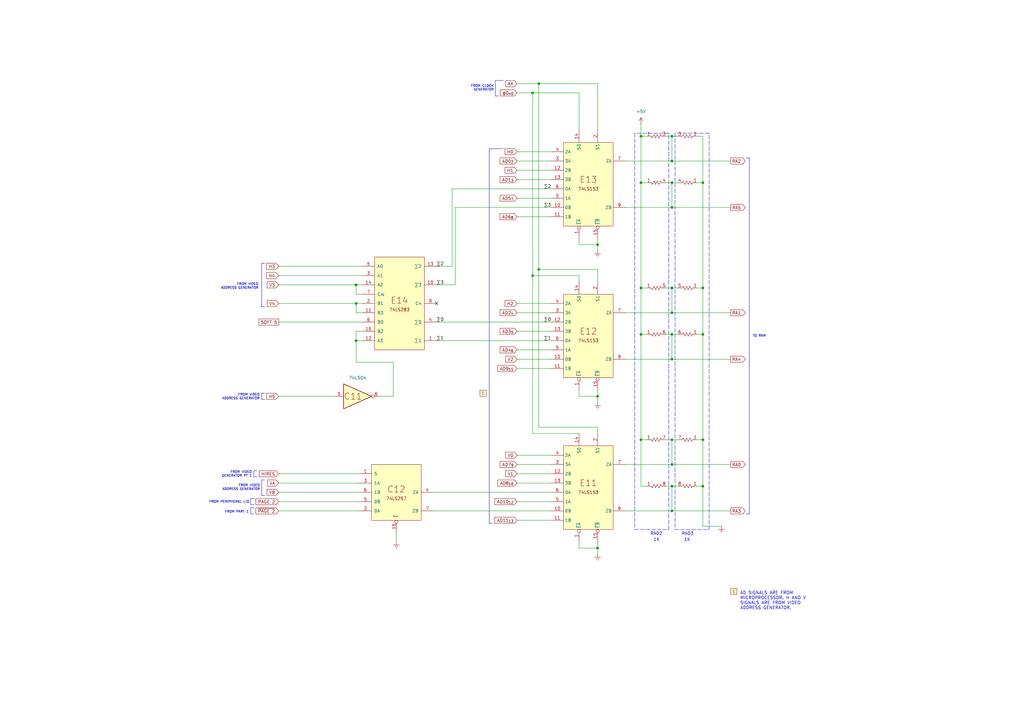
<source format=kicad_sch>
(kicad_sch (version 20211123) (generator eeschema)
  (paper "A3")
  (title_block (title "Apple II - Memory Address Part 2") (date "2022-07-11") (rev "ALL") (company "Apple Computers, Inc.") (comment 1 "Original schematic by Apple Computers") (comment 2 "https://github.com/omega9380/Retro-Schematics") (comment 3 "Replication by Omega9380 - July 2022") (comment 4 "Source: The Apple II Circuit Description by W. Gayler"))
  (lib_symbols
    (symbol "Apple II:C11_74LS04"
      (property "Value" "C11_74LS04" (at 7.62 -3.81 0))
      (symbol "C11_74LS04_0_0"
        (polyline (pts (xy -3.81 5.08) (xy -3.81 -5.08) (xy 7.62 0) (xy -3.81 5.08)) (stroke (width 0.254)) (fill (type background)))
        (text "C11" (at 0 0 0) (effects (font (size 2.54 2.54))))
      )
      (symbol "C11_74LS04_1_0"
        (pin input line (at -7.62 0 0) (length 3.81) (name "~") (number "1"))
        (pin output inverted (at 11.43 0 180) (length 3.81) (name "~") (number "2"))
      )
      (symbol "C11_74LS04_2_0"
        (pin input line (at -7.62 0 0) (length 3.81) (name "~") (number "3"))
        (pin output inverted (at 11.43 0 180) (length 3.81) (name "~") (number "4"))
      )
      (symbol "C11_74LS04_3_0"
        (pin input line (at -7.62 0 0) (length 3.81) (name "~") (number "5"))
        (pin output inverted (at 11.43 0 180) (length 3.81) (name "~") (number "6"))
      )
      (symbol "C11_74LS04_4_0"
        (pin output inverted (at 11.43 0 180) (length 3.81) (name "~") (number "8"))
        (pin input line (at -7.62 0 0) (length 3.81) (name "~") (number "9"))
      )
      (symbol "C11_74LS04_5_0"
        (pin output inverted (at 11.43 0 180) (length 3.81) (name "~") (number "10"))
        (pin input line (at -7.62 0 0) (length 3.81) (name "~") (number "11"))
      )
      (symbol "C11_74LS04_6_0"
        (pin output inverted (at 11.43 0 180) (length 3.81) (name "~") (number "12"))
        (pin input line (at -7.62 0 0) (length 3.81) (name "~") (number "13"))
      )
    )
    (symbol "Apple II:C12_74LS257" (pin_names (offset 1.016))
      (symbol "C12_74LS257_1_0"
        (pin input line (at -5.08 -3.81 0) (length 5.08) (name "S") (number "1"))
        (pin input line (at -5.08 -16.51 0) (length 5.08) (name "1C") (number "10"))
        (pin input line (at 6.35 -40.64 90) (length 5.08) (name "0C") (number "11"))
        (pin tri_state line (at 25.4 -22.86 180) (length 5.08) (name "ZC") (number "12"))
        (pin input line (at -5.08 -8.89 0) (length 5.08) (name "1D") (number "13"))
        (pin input line (at -5.08 -29.21 0) (length 5.08) (name "0D") (number "14"))
        (pin input inverted (at 13.97 -40.64 90) (length 5.08) (name "~{E}") (number "15"))
        (pin tri_state line (at 25.4 -13.97 180) (length 5.08) (name "ZD") (number "9"))
      )
      (symbol "C12_74LS257_1_1"
        (rectangle (start 0 0) (end 20.32 -35.56) (fill (type background)))
        (text "74LS257" (at 10.16 -20.32 0) (effects (font (size 1.27 1.27))))
        (text "C12" (at 10.16 -16.51 0) (effects (font (size 2.54 2.54))))
      )
      (symbol "C12_74LS257_2_0"
        (pin input line (at -5.08 -3.81 0) (length 5.08) (name "S") (number "1"))
        (pin input inverted (at 10.16 -27.94 90) (length 5.08) (name "~{E}") (number "15"))
        (pin input line (at -5.08 -19.05 0) (length 5.08) (name "0A") (number "2"))
        (pin input line (at -5.08 -7.62 0) (length 5.08) (name "1A") (number "3"))
        (pin tri_state line (at 25.4 -11.43 180) (length 5.08) (name "ZA") (number "4"))
        (pin input line (at -5.08 -15.24 0) (length 5.08) (name "0B") (number "5"))
        (pin input line (at -5.08 -11.43 0) (length 5.08) (name "1B") (number "6"))
        (pin tri_state line (at 25.4 -19.05 180) (length 5.08) (name "ZB") (number "7"))
      )
      (symbol "C12_74LS257_2_1"
        (rectangle (start 0 0) (end 20.32 -22.86) (fill (type background)))
        (text "74LS257" (at 10.16 -13.97 0) (effects (font (size 1.27 1.27))))
        (text "C12" (at 10.16 -10.16 0) (effects (font (size 2.54 2.54))))
      )
    )
    (symbol "Apple II:E11_74LS153"
      (symbol "E11_74LS153_1_0"
        (pin input inverted (at 6.35 -39.37 90) (length 5.08) (name "~{EA}") (number "1"))
        (pin input line (at -5.08 -26.67 0) (length 5.08) (name "0B") (number "10"))
        (pin input line (at -5.08 -30.48 0) (length 5.08) (name "1B") (number "11"))
        (pin input line (at -5.08 -11.43 0) (length 5.08) (name "2B") (number "12"))
        (pin input line (at -5.08 -15.24 0) (length 5.08) (name "3B") (number "13"))
        (pin input line (at 6.35 5.08 270) (length 5.08) (name "S0") (number "14"))
        (pin input inverted (at 13.97 -39.37 90) (length 5.08) (name "~{EB}") (number "15"))
        (pin input line (at 13.97 5.08 270) (length 5.08) (name "S1") (number "2"))
        (pin input line (at -5.08 -7.62 0) (length 5.08) (name "3A") (number "3"))
        (pin input line (at -5.08 -3.81 0) (length 5.08) (name "2A") (number "4"))
        (pin input line (at -5.08 -22.86 0) (length 5.08) (name "1A") (number "5"))
        (pin input line (at -5.08 -19.05 0) (length 5.08) (name "0A") (number "6"))
        (pin output line (at 25.4 -7.62 180) (length 5.08) (name "ZA") (number "7"))
        (pin output line (at 25.4 -26.67 180) (length 5.08) (name "ZB") (number "9"))
      )
      (symbol "E11_74LS153_1_1"
        (rectangle (start 0 0) (end 20.32 -34.29) (fill (type background)))
        (text "74LS153" (at 10.16 -19.05 0) (effects (font (size 1.27 1.27))))
        (text "E11" (at 10.16 -15.24 0) (effects (font (size 2.54 2.54))))
      )
    )
    (symbol "Apple II:E12_74LS153"
      (symbol "E12_74LS153_1_0"
        (pin input inverted (at 6.35 -39.37 90) (length 5.08) (name "~{EA}") (number "1"))
        (pin input line (at -5.08 -26.67 0) (length 5.08) (name "0B") (number "10"))
        (pin input line (at -5.08 -30.48 0) (length 5.08) (name "1B") (number "11"))
        (pin input line (at -5.08 -11.43 0) (length 5.08) (name "2B") (number "12"))
        (pin input line (at -5.08 -15.24 0) (length 5.08) (name "3B") (number "13"))
        (pin input line (at 6.35 5.08 270) (length 5.08) (name "S0") (number "14"))
        (pin input inverted (at 13.97 -39.37 90) (length 5.08) (name "~{EB}") (number "15"))
        (pin input line (at 13.97 5.08 270) (length 5.08) (name "S1") (number "2"))
        (pin input line (at -5.08 -7.62 0) (length 5.08) (name "3A") (number "3"))
        (pin input line (at -5.08 -3.81 0) (length 5.08) (name "2A") (number "4"))
        (pin input line (at -5.08 -22.86 0) (length 5.08) (name "1A") (number "5"))
        (pin input line (at -5.08 -19.05 0) (length 5.08) (name "0A") (number "6"))
        (pin output line (at 25.4 -7.62 180) (length 5.08) (name "ZA") (number "7"))
        (pin output line (at 25.4 -26.67 180) (length 5.08) (name "ZB") (number "9"))
      )
      (symbol "E12_74LS153_1_1"
        (rectangle (start 0 0) (end 20.32 -34.29) (fill (type background)))
        (text "74LS153" (at 10.16 -19.05 0) (effects (font (size 1.27 1.27))))
        (text "E12" (at 10.16 -15.24 0) (effects (font (size 2.54 2.54))))
      )
    )
    (symbol "Apple II:E13_74LS153"
      (symbol "E13_74LS153_1_0"
        (pin input inverted (at 6.35 -39.37 90) (length 5.08) (name "~{EA}") (number "1"))
        (pin input line (at -5.08 -26.67 0) (length 5.08) (name "0B") (number "10"))
        (pin input line (at -5.08 -30.48 0) (length 5.08) (name "1B") (number "11"))
        (pin input line (at -5.08 -11.43 0) (length 5.08) (name "2B") (number "12"))
        (pin input line (at -5.08 -15.24 0) (length 5.08) (name "3B") (number "13"))
        (pin input line (at 6.35 5.08 270) (length 5.08) (name "S0") (number "14"))
        (pin input inverted (at 13.97 -39.37 90) (length 5.08) (name "~{EB}") (number "15"))
        (pin input line (at 13.97 5.08 270) (length 5.08) (name "S1") (number "2"))
        (pin input line (at -5.08 -7.62 0) (length 5.08) (name "3A") (number "3"))
        (pin input line (at -5.08 -3.81 0) (length 5.08) (name "2A") (number "4"))
        (pin input line (at -5.08 -22.86 0) (length 5.08) (name "1A") (number "5"))
        (pin input line (at -5.08 -19.05 0) (length 5.08) (name "0A") (number "6"))
        (pin output line (at 25.4 -7.62 180) (length 5.08) (name "ZA") (number "7"))
        (pin output line (at 25.4 -26.67 180) (length 5.08) (name "ZB") (number "9"))
      )
      (symbol "E13_74LS153_1_1"
        (rectangle (start 0 0) (end 20.32 -34.29) (fill (type background)))
        (text "74LS153" (at 10.16 -19.05 0) (effects (font (size 1.27 1.27))))
        (text "E13" (at 10.16 -15.24 0) (effects (font (size 2.54 2.54))))
      )
    )
    (symbol "Apple II:E14_74LS283" (pin_names (offset 1.016))
      (symbol "E14_74LS283_0_0"
        (text "74LS283" (at 10.16 -21.59 0) (effects (font (size 1.27 1.27))))
        (text "E14" (at 10.16 -17.78 0) (effects (font (size 2.54 2.54))))
      )
      (symbol "E14_74LS283_0_1"
        (rectangle (start 0 0) (end 20.32 -38.1) (fill (type background)))
      )
      (symbol "E14_74LS283_1_0"
        (pin output line (at 25.4 -34.29 180) (length 5.08) (name "∑1") (number "1"))
        (pin output line (at 25.4 -11.43 180) (length 5.08) (name "∑3") (number "10"))
        (pin input line (at -5.08 -22.86 0) (length 5.08) (name "B3") (number "11"))
        (pin input line (at -5.08 -34.29 0) (length 5.08) (name "A3") (number "12"))
        (pin output line (at 25.4 -3.81 180) (length 5.08) (name "∑2") (number "13"))
        (pin input line (at -5.08 -11.43 0) (length 5.08) (name "A2") (number "14"))
        (pin input line (at -5.08 -30.48 0) (length 5.08) (name "B2") (number "15"))
        (pin input line (at -5.08 -19.05 0) (length 5.08) (name "B1") (number "2"))
        (pin input line (at -5.08 -7.62 0) (length 5.08) (name "A1") (number "3"))
        (pin output line (at 25.4 -26.67 180) (length 5.08) (name "∑0") (number "4"))
        (pin input line (at -5.08 -3.81 0) (length 5.08) (name "A0") (number "5"))
        (pin input line (at -5.08 -26.67 0) (length 5.08) (name "B0") (number "6"))
        (pin input line (at -5.08 -15.24 0) (length 5.08) (name "C_{IN}") (number "7"))
        (pin output line (at 25.4 -19.05 180) (length 5.08) (name "C4") (number "9"))
      )
    )
    (symbol "Apple II:NOTE_NUMBER"
      (property "Value" "NOTE_NUMBER" (at 0 0 0))
      (symbol "NOTE_NUMBER_0_0"
        (rectangle (start -1.27 1.27) (end 1.27 -1.27) (fill (type background)))
      )
    )
    (symbol "Apple II:R_Network08_US_Split" (pin_names (offset 0) hide)
      (property "Reference" "RN" (at 2.032 0 90))
      (property "Value" "R_Network08_US_Split" (at 5.08 0 90))
      (symbol "R_Network08_US_Split_0_1"
        (polyline (pts (xy 0 2.54) (xy 0 2.032) (xy 0.762 1.6764) (xy -0.762 1.016) (xy 0.762 0.3556) (xy -0.762 -0.3302) (xy 0.762 -1.016) (xy -0.762 -1.6764) (xy 0 -2.032) (xy 0 -2.54)))
        (pin passive line (at 0 3.81 270) (length 1.27) (name "R1.1") (number "1"))
      )
      (symbol "R_Network08_US_Split_1_1"
        (pin passive line (at 0 -3.81 90) (length 1.27) (name "R1.2") (number "2"))
      )
      (symbol "R_Network08_US_Split_2_1"
        (pin passive line (at 0 -3.81 90) (length 1.27) (name "R2.2") (number "3"))
      )
      (symbol "R_Network08_US_Split_3_1"
        (pin passive line (at 0 -3.81 90) (length 1.27) (name "R3.2") (number "4"))
      )
      (symbol "R_Network08_US_Split_4_1"
        (pin passive line (at 0 -3.81 90) (length 1.27) (name "R4.2") (number "5"))
      )
      (symbol "R_Network08_US_Split_5_1"
        (pin passive line (at 0 -3.81 90) (length 1.27) (name "R5.2") (number "6"))
      )
      (symbol "R_Network08_US_Split_6_1"
        (pin passive line (at 0 -3.81 90) (length 1.27) (name "R6.2") (number "7"))
      )
      (symbol "R_Network08_US_Split_7_1"
        (pin passive line (at 0 -3.81 90) (length 1.27) (name "R7.2") (number "8"))
      )
      (symbol "R_Network08_US_Split_8_1"
        (pin passive line (at 0 -3.81 90) (length 1.27) (name "R8.2") (number "9"))
      )
    )
    (symbol "power:+5V" (power) (pin_names (offset 0))
      (property "Value" "+5V" (at 0 3.556 0))
      (symbol "+5V_0_1"
        (polyline (pts (xy -0.762 1.27) (xy 0 2.54)))
        (polyline (pts (xy 0 0) (xy 0 2.54)))
        (polyline (pts (xy 0 2.54) (xy 0.762 1.27)))
      )
      (symbol "+5V_1_1"
        (pin power_in line (at 0 0 90) (length 0) hide (name "+5V") (number "1"))
      )
    )
    (symbol "power:Earth" (power) (pin_names (offset 0))
      (symbol "Earth_0_1"
        (polyline (pts (xy -0.635 -1.905) (xy 0.635 -1.905)))
        (polyline (pts (xy -0.127 -2.54) (xy 0.127 -2.54)))
        (polyline (pts (xy 0 -1.27) (xy 0 0)))
        (polyline (pts (xy 1.27 -1.27) (xy -1.27 -1.27)))
      )
      (symbol "Earth_1_1"
        (pin power_in line (at 0 0 270) (length 0) hide (name "Earth") (number "1"))
      )
    )
  )
  (junction (at 245.11 100.33))
  (junction (at 262.89 180.34))
  (junction (at 288.29 118.11))
  (junction (at 275.59 55.88))
  (junction (at 218.44 113.03))
  (junction (at 275.59 180.34))
  (junction (at 146.05 139.7))
  (junction (at 262.89 74.93))
  (junction (at 220.98 34.29))
  (junction (at 245.11 162.56))
  (junction (at 288.29 180.34))
  (junction (at 275.59 209.55))
  (junction (at 275.59 190.5))
  (junction (at 275.59 128.27))
  (junction (at 262.89 118.11))
  (junction (at 245.11 224.79))
  (junction (at 220.98 110.49))
  (junction (at 288.29 74.93))
  (junction (at 275.59 118.11))
  (junction (at 262.89 55.88))
  (junction (at 288.29 137.16))
  (junction (at 262.89 137.16))
  (junction (at 146.05 124.46))
  (junction (at 275.59 137.16))
  (junction (at 275.59 66.04))
  (junction (at 146.05 116.84))
  (junction (at 275.59 147.32))
  (junction (at 218.44 38.1))
  (junction (at 275.59 74.93))
  (junction (at 275.59 199.39))
  (junction (at 275.59 85.09))
  (junction (at 288.29 199.39))
  (no_connect (at 179.07 124.46))
  (wire (pts (xy 288.29 137.16) (xy 288.29 180.34)))
  (wire (pts (xy 114.3 198.12) (xy 147.32 198.12)))
  (wire (pts (xy 299.72 190.5) (xy 275.59 190.5)))
  (wire (pts (xy 299.72 209.55) (xy 275.59 209.55)))
  (polyline (pts (xy 108.585 161.29) (xy 107.315 161.29)) (stroke (width 0) (type solid)))
  (wire (pts (xy 237.49 53.34) (xy 237.49 38.1)))
  (polyline (pts (xy 274.32 54.61) (xy 260.35 54.61)))
  (wire (pts (xy 299.72 85.09) (xy 275.59 85.09)))
  (wire (pts (xy 265.43 118.11) (xy 262.89 118.11)))
  (wire (pts (xy 185.42 77.47) (xy 226.06 77.47)))
  (wire (pts (xy 288.29 180.34) (xy 288.29 199.39)))
  (polyline (pts (xy 104.14 204.47) (xy 102.87 204.47)) (stroke (width 0) (type solid)))
  (wire (pts (xy 262.89 180.34) (xy 262.89 199.39)))
  (wire (pts (xy 273.05 180.34) (xy 275.59 180.34)))
  (wire (pts (xy 212.09 128.27) (xy 226.06 128.27)))
  (wire (pts (xy 275.59 199.39) (xy 278.13 199.39)))
  (polyline (pts (xy 306.07 64.77) (xy 307.34 64.77)) (stroke (width 0) (type solid)))
  (wire (pts (xy 262.89 55.88) (xy 262.89 74.93)))
  (wire (pts (xy 275.59 55.88) (xy 275.59 66.04)))
  (polyline (pts (xy 107.315 161.29) (xy 107.315 163.83)) (stroke (width 0) (type solid)))
  (wire (pts (xy 114.3 109.22) (xy 148.59 109.22)))
  (wire (pts (xy 218.44 38.1) (xy 237.49 38.1)))
  (wire (pts (xy 275.59 66.04) (xy 256.54 66.04)))
  (wire (pts (xy 262.89 74.93) (xy 262.89 118.11)))
  (wire (pts (xy 177.8 209.55) (xy 226.06 209.55)))
  (wire (pts (xy 299.72 128.27) (xy 275.59 128.27)))
  (polyline (pts (xy 102.87 204.47) (xy 102.87 207.01)) (stroke (width 0) (type solid)))
  (wire (pts (xy 186.69 116.84) (xy 186.69 85.09)))
  (wire (pts (xy 245.11 100.33) (xy 245.11 97.79)))
  (wire (pts (xy 245.11 227.33) (xy 245.11 224.79)))
  (wire (pts (xy 262.89 137.16) (xy 262.89 180.34)))
  (wire (pts (xy 212.09 198.12) (xy 226.06 198.12)))
  (wire (pts (xy 148.59 128.27) (xy 146.05 128.27)))
  (wire (pts (xy 146.05 124.46) (xy 148.59 124.46)))
  (wire (pts (xy 179.07 139.7) (xy 226.06 139.7)))
  (wire (pts (xy 156.21 162.56) (xy 161.29 162.56)))
  (wire (pts (xy 262.89 50.8) (xy 262.89 55.88)))
  (polyline (pts (xy 201.93 214.63) (xy 200.66 214.63)) (stroke (width 0) (type solid)))
  (wire (pts (xy 220.98 34.29) (xy 245.11 34.29)))
  (wire (pts (xy 265.43 137.16) (xy 262.89 137.16)))
  (wire (pts (xy 212.09 213.36) (xy 226.06 213.36)))
  (polyline (pts (xy 108.585 163.83) (xy 107.315 163.83)) (stroke (width 0) (type solid)))
  (wire (pts (xy 114.3 162.56) (xy 137.16 162.56)))
  (polyline (pts (xy 107.315 196.85) (xy 107.315 203.2)) (stroke (width 0) (type solid)))
  (wire (pts (xy 146.05 128.27) (xy 146.05 124.46)))
  (wire (pts (xy 275.59 209.55) (xy 256.54 209.55)))
  (wire (pts (xy 237.49 100.33) (xy 245.11 100.33)))
  (polyline (pts (xy 290.83 217.17) (xy 290.83 54.61)))
  (wire (pts (xy 212.09 186.69) (xy 226.06 186.69)))
  (wire (pts (xy 275.59 137.16) (xy 275.59 147.32)))
  (wire (pts (xy 114.3 194.31) (xy 147.32 194.31)))
  (wire (pts (xy 245.11 165.1) (xy 245.11 162.56)))
  (wire (pts (xy 146.05 120.65) (xy 146.05 116.84)))
  (wire (pts (xy 179.07 116.84) (xy 186.69 116.84)))
  (wire (pts (xy 237.49 177.8) (xy 218.44 177.8)))
  (wire (pts (xy 148.59 135.89) (xy 146.05 135.89)))
  (wire (pts (xy 288.29 118.11) (xy 288.29 137.16)))
  (wire (pts (xy 273.05 74.93) (xy 275.59 74.93)))
  (wire (pts (xy 237.49 224.79) (xy 245.11 224.79)))
  (polyline (pts (xy 107.315 107.95) (xy 107.315 125.73)) (stroke (width 0) (type solid)))
  (wire (pts (xy 212.09 135.89) (xy 226.06 135.89)))
  (wire (pts (xy 245.11 115.57) (xy 245.11 110.49)))
  (wire (pts (xy 212.09 62.23) (xy 226.06 62.23)))
  (wire (pts (xy 285.75 55.88) (xy 288.29 55.88)))
  (wire (pts (xy 275.59 180.34) (xy 278.13 180.34)))
  (polyline (pts (xy 204.47 39.37) (xy 203.2 39.37)) (stroke (width 0) (type solid)))
  (polyline (pts (xy 102.87 208.28) (xy 102.87 210.82)) (stroke (width 0) (type solid)))
  (wire (pts (xy 212.09 190.5) (xy 226.06 190.5)))
  (polyline (pts (xy 260.35 54.61) (xy 260.35 217.17)))
  (wire (pts (xy 237.49 115.57) (xy 237.49 113.03)))
  (polyline (pts (xy 206.375 33.02) (xy 203.2 33.02)) (stroke (width 0) (type solid)))
  (wire (pts (xy 275.59 55.88) (xy 278.13 55.88)))
  (wire (pts (xy 275.59 137.16) (xy 278.13 137.16)))
  (wire (pts (xy 288.29 55.88) (xy 288.29 74.93)))
  (wire (pts (xy 161.29 148.59) (xy 146.05 148.59)))
  (wire (pts (xy 288.29 215.9) (xy 295.91 215.9)))
  (wire (pts (xy 288.29 199.39) (xy 288.29 215.9)))
  (wire (pts (xy 275.59 180.34) (xy 275.59 190.5)))
  (wire (pts (xy 237.49 113.03) (xy 218.44 113.03)))
  (wire (pts (xy 245.11 102.87) (xy 245.11 100.33)))
  (wire (pts (xy 162.56 222.25) (xy 162.56 218.44)))
  (wire (pts (xy 114.3 113.03) (xy 148.59 113.03)))
  (wire (pts (xy 148.59 120.65) (xy 146.05 120.65)))
  (wire (pts (xy 245.11 53.34) (xy 245.11 34.29)))
  (wire (pts (xy 299.72 147.32) (xy 275.59 147.32)))
  (polyline (pts (xy 104.14 208.28) (xy 102.87 208.28)) (stroke (width 0) (type solid)))
  (wire (pts (xy 146.05 139.7) (xy 148.59 139.7)))
  (wire (pts (xy 245.11 224.79) (xy 245.11 222.25)))
  (wire (pts (xy 273.05 137.16) (xy 275.59 137.16)))
  (wire (pts (xy 299.72 66.04) (xy 275.59 66.04)))
  (wire (pts (xy 114.3 124.46) (xy 146.05 124.46)))
  (polyline (pts (xy 307.34 210.82) (xy 307.34 64.77)) (stroke (width 0) (type solid)))
  (wire (pts (xy 114.3 132.08) (xy 148.59 132.08)))
  (wire (pts (xy 275.59 74.93) (xy 275.59 85.09)))
  (wire (pts (xy 212.09 34.29) (xy 220.98 34.29)))
  (wire (pts (xy 114.3 205.74) (xy 147.32 205.74)))
  (polyline (pts (xy 105.41 193.04) (xy 104.14 193.04)) (stroke (width 0) (type solid)))
  (wire (pts (xy 212.09 143.51) (xy 226.06 143.51)))
  (polyline (pts (xy 276.86 54.61) (xy 276.86 217.17)))
  (wire (pts (xy 275.59 199.39) (xy 275.59 209.55)))
  (wire (pts (xy 146.05 116.84) (xy 148.59 116.84)))
  (wire (pts (xy 212.09 194.31) (xy 226.06 194.31)))
  (wire (pts (xy 220.98 34.29) (xy 220.98 110.49)))
  (wire (pts (xy 179.07 132.08) (xy 226.06 132.08)))
  (wire (pts (xy 285.75 118.11) (xy 288.29 118.11)))
  (polyline (pts (xy 276.86 217.17) (xy 290.83 217.17)))
  (wire (pts (xy 265.43 55.88) (xy 262.89 55.88)))
  (polyline (pts (xy 274.32 217.17) (xy 274.32 54.61)))
  (wire (pts (xy 275.59 128.27) (xy 256.54 128.27)))
  (wire (pts (xy 161.29 162.56) (xy 161.29 148.59)))
  (wire (pts (xy 237.49 160.02) (xy 237.49 162.56)))
  (polyline (pts (xy 104.14 210.82) (xy 102.87 210.82)) (stroke (width 0) (type solid)))
  (wire (pts (xy 275.59 190.5) (xy 256.54 190.5)))
  (wire (pts (xy 262.89 118.11) (xy 262.89 137.16)))
  (wire (pts (xy 245.11 175.26) (xy 220.98 175.26)))
  (wire (pts (xy 185.42 109.22) (xy 185.42 77.47)))
  (wire (pts (xy 237.49 162.56) (xy 245.11 162.56)))
  (wire (pts (xy 114.3 116.84) (xy 146.05 116.84)))
  (wire (pts (xy 146.05 135.89) (xy 146.05 139.7)))
  (wire (pts (xy 245.11 162.56) (xy 245.11 160.02)))
  (polyline (pts (xy 104.14 207.01) (xy 102.87 207.01)) (stroke (width 0) (type solid)))
  (wire (pts (xy 273.05 55.88) (xy 275.59 55.88)))
  (wire (pts (xy 275.59 118.11) (xy 278.13 118.11)))
  (wire (pts (xy 237.49 97.79) (xy 237.49 100.33)))
  (polyline (pts (xy 108.585 203.2) (xy 107.315 203.2)) (stroke (width 0) (type solid)))
  (wire (pts (xy 273.05 118.11) (xy 275.59 118.11)))
  (wire (pts (xy 212.09 205.74) (xy 226.06 205.74)))
  (wire (pts (xy 275.59 74.93) (xy 278.13 74.93)))
  (wire (pts (xy 265.43 180.34) (xy 262.89 180.34)))
  (wire (pts (xy 114.3 209.55) (xy 147.32 209.55)))
  (wire (pts (xy 212.09 66.04) (xy 226.06 66.04)))
  (polyline (pts (xy 206.375 60.96) (xy 200.66 60.96)) (stroke (width 0) (type solid)))
  (wire (pts (xy 285.75 74.93) (xy 288.29 74.93)))
  (polyline (pts (xy 203.2 33.02) (xy 203.2 39.37)) (stroke (width 0) (type solid)))
  (wire (pts (xy 146.05 148.59) (xy 146.05 139.7)))
  (polyline (pts (xy 104.14 193.04) (xy 104.14 195.58)) (stroke (width 0) (type solid)))
  (polyline (pts (xy 306.07 210.82) (xy 307.34 210.82)) (stroke (width 0) (type solid)))
  (wire (pts (xy 275.59 118.11) (xy 275.59 128.27)))
  (polyline (pts (xy 200.66 60.96) (xy 200.66 214.63)) (stroke (width 0) (type solid)))
  (wire (pts (xy 212.09 81.28) (xy 226.06 81.28)))
  (wire (pts (xy 114.3 201.93) (xy 147.32 201.93)))
  (polyline (pts (xy 105.41 195.58) (xy 104.14 195.58)) (stroke (width 0) (type solid)))
  (wire (pts (xy 177.8 201.93) (xy 226.06 201.93)))
  (wire (pts (xy 212.09 124.46) (xy 226.06 124.46)))
  (wire (pts (xy 275.59 147.32) (xy 256.54 147.32)))
  (wire (pts (xy 237.49 222.25) (xy 237.49 224.79)))
  (polyline (pts (xy 260.35 217.17) (xy 274.32 217.17)))
  (polyline (pts (xy 108.585 125.73) (xy 107.315 125.73)) (stroke (width 0) (type solid)))
  (wire (pts (xy 218.44 113.03) (xy 218.44 177.8)))
  (wire (pts (xy 212.09 151.13) (xy 226.06 151.13)))
  (wire (pts (xy 273.05 199.39) (xy 275.59 199.39)))
  (polyline (pts (xy 290.83 54.61) (xy 276.86 54.61)))
  (wire (pts (xy 265.43 74.93) (xy 262.89 74.93)))
  (wire (pts (xy 218.44 38.1) (xy 218.44 113.03)))
  (wire (pts (xy 186.69 85.09) (xy 226.06 85.09)))
  (wire (pts (xy 212.09 88.9) (xy 226.06 88.9)))
  (wire (pts (xy 275.59 85.09) (xy 256.54 85.09)))
  (wire (pts (xy 212.09 73.66) (xy 226.06 73.66)))
  (wire (pts (xy 212.09 147.32) (xy 226.06 147.32)))
  (wire (pts (xy 265.43 199.39) (xy 262.89 199.39)))
  (wire (pts (xy 212.09 69.85) (xy 226.06 69.85)))
  (wire (pts (xy 179.07 109.22) (xy 185.42 109.22)))
  (wire (pts (xy 245.11 177.8) (xy 245.11 175.26)))
  (wire (pts (xy 285.75 180.34) (xy 288.29 180.34)))
  (wire (pts (xy 245.11 110.49) (xy 220.98 110.49)))
  (polyline (pts (xy 108.585 107.95) (xy 107.315 107.95)) (stroke (width 0) (type solid)))
  (wire (pts (xy 288.29 74.93) (xy 288.29 118.11)))
  (wire (pts (xy 285.75 199.39) (xy 288.29 199.39)))
  (wire (pts (xy 220.98 110.49) (xy 220.98 175.26)))
  (polyline (pts (xy 108.585 196.85) (xy 107.315 196.85)) (stroke (width 0) (type solid)))
  (wire (pts (xy 212.09 38.1) (xy 218.44 38.1)))
  (wire (pts (xy 285.75 137.16) (xy 288.29 137.16)))
  (text "FROM VIDEO\nADDRESS GENERATOR" (at 106.68 201.295 180) (effects (font (size 0.96 0.96)) (justify right bottom)))
  (text "1K" (at 283.21 222.25 180) (effects (font (size 1.27 1.27)) (justify right bottom)))
  (text "FROM PERIPHERAL I/O" (at 102.362 206.502 180) (effects (font (size 0.96 0.96)) (justify right bottom)))
  (text "FROM CLOCK\nGENERATOR" (at 202.565 37.465 180) (effects (font (size 0.96 0.96)) (justify right bottom)))
  (text "TO RAM" (at 308.61 138.43 0) (effects (font (size 0.96 0.96)) (justify left bottom)))
  (text "RA02" (at 266.7 219.71 0) (effects (font (size 1.27 1.27)) (justify left bottom)))
  (text "RA03" (at 284.48 219.71 180) (effects (font (size 1.27 1.27)) (justify right bottom)))
  (text "FROM VIDEO\nADDRESS GENERATOR" (at 106.045 118.745 180) (effects (font (size 0.96 0.96)) (justify right bottom)))
  (text "FROM PART 1" (at 102.108 210.566 180) (effects (font (size 0.96 0.96)) (justify right bottom)))
  (text "1K" (at 267.97 222.25 0) (effects (font (size 1.27 1.27)) (justify left bottom)))
  (text "AD SIGNALS ARE FROM\nMICROPROCESSOR. H AND V\nSIGNALS ARE FROM VIDEO\nADDRESS GENERATOR." (at 303.53 250.19 0) (effects (font (size 1.27 1.27)) (justify left bottom)))
  (text "FROM VIDEO\nGENERATOR PT 1" (at 103.378 195.834 180) (effects (font (size 0.96 0.96)) (justify right bottom)))
  (text "FROM VIDEO\nADDRESS GENERATOR" (at 106.553 164.084 180) (effects (font (size 0.96 0.96)) (justify right bottom)))
  (label "∑2" (at 179.07 109.22 0))
  (label "∑2" (at 226.06 77.47 180))
  (label "∑3" (at 226.06 85.09 180))
  (label "∑3" (at 179.07 116.84 0))
  (label "∑0" (at 179.07 132.08 0))
  (label "∑0" (at 226.06 132.08 180))
  (label "∑1" (at 226.06 139.7 180))
  (label "∑1" (at 179.07 139.7 0))
  (global_label "VA" (shape input) (at 114.3 198.12 180) (property "Intersheet References" "${INTERSHEET_REFS}" (effects hide)))
  (global_label "AD4_{6}" (shape input) (at 212.09 143.51 180) (property "Intersheet References" "${INTERSHEET_REFS}" (effects hide)))
  (global_label "V2" (shape input) (at 212.09 147.32 180) (property "Intersheet References" "${INTERSHEET_REFS}" (effects hide)))
  (global_label "AD7_{9}" (shape input) (at 212.09 190.5 180) (property "Intersheet References" "${INTERSHEET_REFS}" (effects hide)))
  (global_label "HIRES" (shape input) (at 114.3 194.31 180) (property "Intersheet References" "${INTERSHEET_REFS}" (effects hide)))
  (global_label "~{PAGE 2}" (shape input) (at 114.3 209.55 180) (property "Intersheet References" "${INTERSHEET_REFS}" (effects hide)))
  (global_label "AD5_{7}" (shape input) (at 212.09 81.28 180) (property "Intersheet References" "${INTERSHEET_REFS}" (effects hide)))
  (global_label "AD11_{13}" (shape input) (at 212.09 213.36 180) (property "Intersheet References" "${INTERSHEET_REFS}" (effects hide)))
  (global_label "V1" (shape input) (at 212.09 194.31 180) (property "Intersheet References" "${INTERSHEET_REFS}" (effects hide)))
  (global_label "V3" (shape input) (at 114.3 116.84 180) (property "Intersheet References" "${INTERSHEET_REFS}" (effects hide)))
  (global_label "SOFT 5" (shape passive) (at 114.3 132.08 180) (property "Intersheet References" "${INTERSHEET_REFS}" (effects hide)))
  (global_label "RA4" (shape output) (at 299.72 147.32 0) (property "Intersheet References" "${INTERSHEET_REFS}" (effects hide)))
  (global_label "AD9_{11}" (shape input) (at 212.09 151.13 180) (property "Intersheet References" "${INTERSHEET_REFS}" (effects hide)))
  (global_label "AD8_{10}" (shape input) (at 212.09 198.12 180) (property "Intersheet References" "${INTERSHEET_REFS}" (effects hide)))
  (global_label "RA0" (shape output) (at 299.72 190.5 0) (property "Intersheet References" "${INTERSHEET_REFS}" (effects hide)))
  (global_label "H4" (shape input) (at 114.3 113.03 180) (property "Intersheet References" "${INTERSHEET_REFS}" (effects hide)))
  (global_label "RA1" (shape output) (at 299.72 128.27 0) (property "Intersheet References" "${INTERSHEET_REFS}" (effects hide)))
  (global_label "RA5" (shape output) (at 299.72 85.09 0) (property "Intersheet References" "${INTERSHEET_REFS}" (effects hide)))
  (global_label "AD6_{8}" (shape input) (at 212.09 88.9 180) (property "Intersheet References" "${INTERSHEET_REFS}" (effects hide)))
  (global_label "AD2_{4}" (shape input) (at 212.09 128.27 180) (property "Intersheet References" "${INTERSHEET_REFS}" (effects hide)))
  (global_label "H2" (shape input) (at 212.09 124.46 180) (property "Intersheet References" "${INTERSHEET_REFS}" (effects hide)))
  (global_label "PAGE 2" (shape input) (at 114.3 205.74 180) (property "Intersheet References" "${INTERSHEET_REFS}" (effects hide)))
  (global_label "AD1_{3}" (shape input) (at 212.09 73.66 180) (property "Intersheet References" "${INTERSHEET_REFS}" (effects hide)))
  (global_label "V0" (shape input) (at 212.09 186.69 180) (property "Intersheet References" "${INTERSHEET_REFS}" (effects hide)))
  (global_label "AD0_{2}" (shape input) (at 212.09 66.04 180) (property "Intersheet References" "${INTERSHEET_REFS}" (effects hide)))
  (global_label "VB" (shape input) (at 114.3 201.93 180) (property "Intersheet References" "${INTERSHEET_REFS}" (effects hide)))
  (global_label "H3" (shape input) (at 114.3 109.22 180) (property "Intersheet References" "${INTERSHEET_REFS}" (effects hide)))
  (global_label "RA3" (shape output) (at 299.72 209.55 0) (property "Intersheet References" "${INTERSHEET_REFS}" (effects hide)))
  (global_label "V4" (shape input) (at 114.3 124.46 180) (property "Intersheet References" "${INTERSHEET_REFS}" (effects hide)))
  (global_label "AD10_{12}" (shape input) (at 212.09 205.74 180) (property "Intersheet References" "${INTERSHEET_REFS}" (effects hide)))
  (global_label "H1" (shape input) (at 212.09 69.85 180) (property "Intersheet References" "${INTERSHEET_REFS}" (effects hide)))
  (global_label "H5" (shape input) (at 114.3 162.56 180) (property "Intersheet References" "${INTERSHEET_REFS}" (effects hide)))
  (global_label "H0" (shape input) (at 212.09 62.23 180) (property "Intersheet References" "${INTERSHEET_REFS}" (effects hide)))
  (global_label "ɸ0_{40}" (shape input) (at 212.09 38.1 180) (property "Intersheet References" "${INTERSHEET_REFS}" (effects hide)))
  (global_label "RA2" (shape output) (at 299.72 66.04 0) (property "Intersheet References" "${INTERSHEET_REFS}" (effects hide)))
  (global_label "AD3_{5}" (shape input) (at 212.09 135.89 180) (property "Intersheet References" "${INTERSHEET_REFS}" (effects hide)))
  (global_label "AX" (shape input) (at 212.09 34.29 180) (property "Intersheet References" "${INTERSHEET_REFS}" (effects hide)))
  (symbol (lib_id "Apple II:R_Network08_US_Split") (at 269.24 180.34 90) (mirror x) (unit 6)
    (property "Reference" "RA02" (effects hide))
    (property "Value" "1K" (effects hide))
    (property "Footprint" "Resistor_THT:R_Array_SIP9" (effects hide))
    (property "Datasheet" "http://www.vishay.com/docs/31509/csc.pdf" (effects hide))
  )
  (symbol (lib_id "Apple II:R_Network08_US_Split") (at 269.24 118.11 90) (mirror x) (unit 4)
    (property "Reference" "RA02" (effects hide))
    (property "Value" "1K" (effects hide))
    (property "Footprint" "Resistor_THT:R_Array_SIP9" (effects hide))
    (property "Datasheet" "http://www.vishay.com/docs/31509/csc.pdf" (effects hide))
  )
  (symbol (lib_id "Apple II:R_Network08_US_Split") (at 281.94 180.34 270) (unit 6)
    (property "Reference" "RA03" (effects hide))
    (property "Value" "1K" (effects hide))
    (property "Footprint" "Resistor_THT:R_Array_SIP9" (effects hide))
    (property "Datasheet" "http://www.vishay.com/docs/31509/csc.pdf" (effects hide))
  )
  (symbol (lib_id "Apple II:E12_74LS153") (at 231.14 120.65 0) (unit 1)
    (property "Reference" "E12" (effects hide))
    (property "Value" "E12_74LS153" (effects hide))
  )
  (symbol (lib_id "Apple II:R_Network08_US_Split") (at 269.24 74.93 90) (mirror x) (unit 3)
    (property "Reference" "RA02" (effects hide))
    (property "Value" "1K" (effects hide))
    (property "Footprint" "Resistor_THT:R_Array_SIP9" (effects hide))
    (property "Datasheet" "http://www.vishay.com/docs/31509/csc.pdf" (effects hide))
  )
  (symbol (lib_id "Apple II:R_Network08_US_Split") (at 281.94 118.11 270) (unit 4)
    (property "Reference" "RA03" (effects hide))
    (property "Value" "1K" (effects hide))
    (property "Footprint" "Resistor_THT:R_Array_SIP9" (effects hide))
    (property "Datasheet" "http://www.vishay.com/docs/31509/csc.pdf" (effects hide))
  )
  (symbol (lib_id "power:+5V") (at 262.89 50.8 0) (unit 1)
    (property "Reference" "#PWR?" (effects hide))
    (property "Value" "+5V" (at 262.89 45.72 0))
  )
  (symbol (lib_id "Apple II:R_Network08_US_Split") (at 269.24 137.16 90) (mirror x) (unit 5)
    (property "Reference" "RA02" (effects hide))
    (property "Value" "1K" (effects hide))
    (property "Footprint" "Resistor_THT:R_Array_SIP9" (effects hide))
    (property "Datasheet" "http://www.vishay.com/docs/31509/csc.pdf" (effects hide))
  )
  (symbol (lib_id "Apple II:R_Network08_US_Split") (at 281.94 137.16 270) (unit 5)
    (property "Reference" "RA03" (effects hide))
    (property "Value" "1K" (effects hide))
    (property "Footprint" "Resistor_THT:R_Array_SIP9" (effects hide))
    (property "Datasheet" "http://www.vishay.com/docs/31509/csc.pdf" (effects hide))
  )
  (symbol (lib_id "Apple II:E11_74LS153") (at 231.14 182.88 0) (unit 1)
    (property "Reference" "U?" (effects hide))
    (property "Value" "E11_74LS153" (effects hide))
  )
  (symbol (lib_id "power:Earth") (at 245.11 102.87 0) (unit 1)
    (property "Reference" "#PWR?" (effects hide))
    (property "Value" "Earth" (effects hide))
  )
  (symbol (lib_id "Apple II:R_Network08_US_Split") (at 281.94 55.88 270) (unit 2)
    (property "Reference" "RA03" (effects hide))
    (property "Value" "1K" (effects hide))
    (property "Footprint" "Resistor_THT:R_Array_SIP9" (effects hide))
    (property "Datasheet" "http://www.vishay.com/docs/31509/csc.pdf" (effects hide))
  )
  (symbol (lib_id "Apple II:R_Network08_US_Split") (at 269.24 55.88 90) (mirror x) (unit 2)
    (property "Reference" "RA02" (effects hide))
    (property "Value" "1K" (effects hide))
    (property "Footprint" "Resistor_THT:R_Array_SIP9" (effects hide))
    (property "Datasheet" "http://www.vishay.com/docs/31509/csc.pdf" (effects hide))
  )
  (symbol (lib_id "power:Earth") (at 162.56 222.25 0) (unit 1)
    (property "Reference" "#PWR?" (effects hide))
    (property "Value" "Earth" (effects hide))
  )
  (symbol (lib_id "Apple II:NOTE_NUMBER") (at 300.99 242.57 0) (unit 1)
    (property "Reference" "N?" (effects hide))
    (property "Value" "1" (at 300.99 242.57 0))
  )
  (symbol (lib_id "Apple II:R_Network08_US_Split") (at 269.24 199.39 90) (mirror x) (unit 7)
    (property "Reference" "RA02" (effects hide))
    (property "Value" "1K" (effects hide))
    (property "Footprint" "Resistor_THT:R_Array_SIP9" (effects hide))
    (property "Datasheet" "http://www.vishay.com/docs/31509/csc.pdf" (effects hide))
  )
  (symbol (lib_id "Apple II:R_Network08_US_Split") (at 281.94 199.39 270) (unit 7)
    (property "Reference" "RA03" (effects hide))
    (property "Value" "1K" (effects hide))
    (property "Footprint" "Resistor_THT:R_Array_SIP9" (effects hide))
    (property "Datasheet" "http://www.vishay.com/docs/31509/csc.pdf" (effects hide))
  )
  (symbol (lib_id "Apple II:E14_74LS283") (at 153.67 105.41 0) (unit 1)
    (property "Reference" "U?" (effects hide))
    (property "Value" "E14_74LS283" (effects hide))
    (property "Datasheet" "http://www.ti.com/lit/gpn/sn74LS283" (effects hide))
  )
  (symbol (lib_id "power:Earth") (at 245.11 227.33 0) (unit 1)
    (property "Reference" "#PWR?" (effects hide))
    (property "Value" "Earth" (effects hide))
  )
  (symbol (lib_id "Apple II:C12_74LS257") (at 152.4 190.5 0) (unit 2)
    (property "Reference" "U?" (effects hide))
    (property "Value" "C12_74LS257" (effects hide))
    (property "Datasheet" "http://www.ti.com/lit/gpn/sn74LS257" (effects hide))
  )
  (symbol (lib_id "Apple II:C11_74LS04") (at 144.78 162.56 0) (unit 3)
    (property "Reference" "C11" (effects hide))
    (property "Value" "74LS04" (at 146.685 154.94 0))
    (property "Datasheet" "http://www.ti.com/lit/gpn/sn74LS04" (effects hide))
  )
  (symbol (lib_id "power:Earth") (at 245.11 165.1 0) (unit 1)
    (property "Reference" "#PWR?" (effects hide))
    (property "Value" "Earth" (effects hide))
  )
  (symbol (lib_id "Apple II:R_Network08_US_Split") (at 281.94 74.93 270) (unit 3)
    (property "Reference" "RA03" (effects hide))
    (property "Value" "1K" (effects hide))
    (property "Footprint" "Resistor_THT:R_Array_SIP9" (effects hide))
    (property "Datasheet" "http://www.vishay.com/docs/31509/csc.pdf" (effects hide))
  )
  (symbol (lib_id "Apple II:E13_74LS153") (at 231.14 58.42 0) (unit 1)
    (property "Reference" "E13" (effects hide))
    (property "Value" "E13_74LS153" (effects hide))
  )
  (symbol (lib_id "power:Earth") (at 295.91 215.9 0) (unit 1)
    (property "Reference" "#PWR?" (effects hide))
    (property "Value" "Earth" (effects hide))
  )
  (symbol (lib_id "Apple II:NOTE_NUMBER") (at 198.12 161.29 0) (unit 1)
    (property "Reference" "N1" (effects hide))
    (property "Value" "1" (at 198.12 161.29 0))
  )
)
</source>
